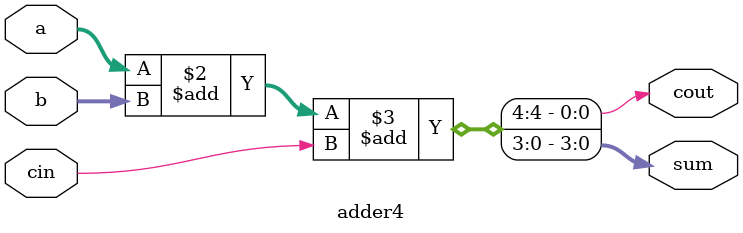
<source format=v>
module adder4 (
    input [3:0] a,
    input [3:0] b,
    input cin,
    output reg [3:0] sum,
    output reg cout
);

always @(*) begin
    {cout, sum} = a + b + cin;
end

endmodule

</source>
